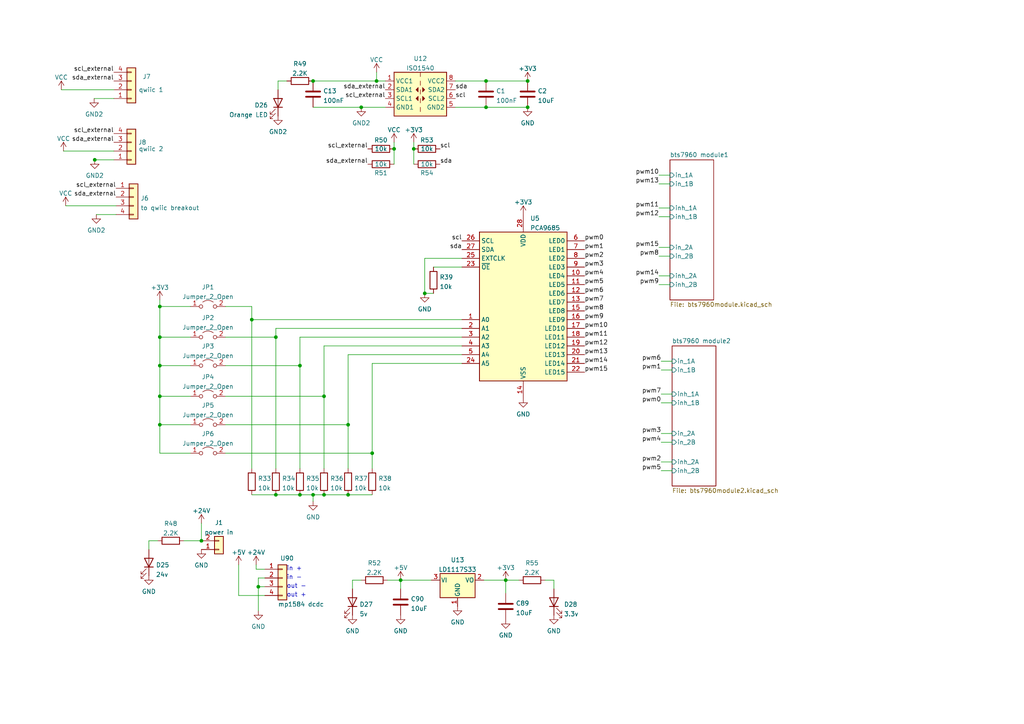
<source format=kicad_sch>
(kicad_sch (version 20211123) (generator eeschema)
  (paper "A4")
  (lib_symbols
    (symbol "Connector_Generic:Conn_01x02" (pin_names (offset 1.016) hide)
      (property "Reference" "J" (at 0 2.54 0))
      (property "Value" "Conn_01x02" (at 0 -5.08 0))
      (symbol "Conn_01x02_1_1"
        (rectangle (start -1.27 -2.413) (end 0 -2.667) (stroke (width 0.1524)))
        (rectangle (start -1.27 0.127) (end 0 -0.127) (stroke (width 0.1524)))
        (rectangle (start -1.27 1.27) (end 1.27 -3.81) (stroke (width 0.254)) (fill (type background)))
        (pin passive line (at -5.08 0 0) (length 3.81) (name "Pin_1") (number "1"))
        (pin passive line (at -5.08 -2.54 0) (length 3.81) (name "Pin_2") (number "2"))
      )
    )
    (symbol "Connector_Generic:Conn_01x04" (pin_names (offset 1.016) hide)
      (property "Reference" "J" (at 0 5.08 0))
      (property "Value" "Conn_01x04" (at 0 -7.62 0))
      (symbol "Conn_01x04_1_1"
        (rectangle (start -1.27 -4.953) (end 0 -5.207) (stroke (width 0.1524)))
        (rectangle (start -1.27 -2.413) (end 0 -2.667) (stroke (width 0.1524)))
        (rectangle (start -1.27 0.127) (end 0 -0.127) (stroke (width 0.1524)))
        (rectangle (start -1.27 2.667) (end 0 2.413) (stroke (width 0.1524)))
        (rectangle (start -1.27 3.81) (end 1.27 -6.35) (stroke (width 0.254)) (fill (type background)))
        (pin passive line (at -5.08 2.54 0) (length 3.81) (name "Pin_1") (number "1"))
        (pin passive line (at -5.08 0 0) (length 3.81) (name "Pin_2") (number "2"))
        (pin passive line (at -5.08 -2.54 0) (length 3.81) (name "Pin_3") (number "3"))
        (pin passive line (at -5.08 -5.08 0) (length 3.81) (name "Pin_4") (number "4"))
      )
    )
    (symbol "Device:C" (pin_numbers hide) (pin_names (offset 0.254))
      (property "Reference" "C" (at 0.635 2.54 0))
      (property "Value" "C" (at 0.635 -2.54 0))
      (symbol "C_0_1"
        (polyline (pts (xy -2.032 -0.762) (xy 2.032 -0.762)) (stroke (width 0.508)))
        (polyline (pts (xy -2.032 0.762) (xy 2.032 0.762)) (stroke (width 0.508)))
      )
      (symbol "C_1_1"
        (pin passive line (at 0 3.81 270) (length 2.794) (name "~") (number "1"))
        (pin passive line (at 0 -3.81 90) (length 2.794) (name "~") (number "2"))
      )
    )
    (symbol "Device:LED" (pin_numbers hide) (pin_names (offset 1.016) hide)
      (property "Reference" "D" (at 0 2.54 0))
      (property "Value" "LED" (at 0 -2.54 0))
      (symbol "LED_0_1"
        (polyline (pts (xy -1.27 -1.27) (xy -1.27 1.27)) (stroke (width 0.254)))
        (polyline (pts (xy -1.27 0) (xy 1.27 0)))
        (polyline (pts (xy 1.27 -1.27) (xy 1.27 1.27) (xy -1.27 0) (xy 1.27 -1.27)) (stroke (width 0.254)))
        (polyline (pts (xy -3.048 -0.762) (xy -4.572 -2.286) (xy -3.81 -2.286) (xy -4.572 -2.286) (xy -4.572 -1.524)))
        (polyline (pts (xy -1.778 -0.762) (xy -3.302 -2.286) (xy -2.54 -2.286) (xy -3.302 -2.286) (xy -3.302 -1.524)))
      )
      (symbol "LED_1_1"
        (pin passive line (at -3.81 0 0) (length 2.54) (name "K") (number "1"))
        (pin passive line (at 3.81 0 180) (length 2.54) (name "A") (number "2"))
      )
    )
    (symbol "Device:R" (pin_numbers hide) (pin_names (offset 0))
      (property "Reference" "R" (at 2.032 0 90))
      (property "Value" "R" (at 0 0 90))
      (symbol "R_0_1"
        (rectangle (start -1.016 -2.54) (end 1.016 2.54) (stroke (width 0.254)))
      )
      (symbol "R_1_1"
        (pin passive line (at 0 3.81 270) (length 1.27) (name "~") (number "1"))
        (pin passive line (at 0 -3.81 90) (length 1.27) (name "~") (number "2"))
      )
    )
    (symbol "Driver_LED:PCA9685PW"
      (property "Reference" "U" (at -12.7 22.225 0))
      (property "Value" "PCA9685PW" (at 1.27 22.225 0))
      (symbol "PCA9685PW_0_1"
        (rectangle (start -12.7 20.32) (end 12.7 -22.86) (stroke (width 0.254)) (fill (type background)))
      )
      (symbol "PCA9685PW_1_1"
        (pin input line (at -17.78 -5.08 0) (length 5.08) (name "A0") (number "1"))
        (pin output line (at 17.78 7.62 180) (length 5.08) (name "LED4") (number "10"))
        (pin output line (at 17.78 5.08 180) (length 5.08) (name "LED5") (number "11"))
        (pin output line (at 17.78 2.54 180) (length 5.08) (name "LED6") (number "12"))
        (pin output line (at 17.78 0 180) (length 5.08) (name "LED7") (number "13"))
        (pin power_in line (at 0 -27.94 90) (length 5.08) (name "VSS") (number "14"))
        (pin output line (at 17.78 -2.54 180) (length 5.08) (name "LED8") (number "15"))
        (pin output line (at 17.78 -5.08 180) (length 5.08) (name "LED9") (number "16"))
        (pin output line (at 17.78 -7.62 180) (length 5.08) (name "LED10") (number "17"))
        (pin output line (at 17.78 -10.16 180) (length 5.08) (name "LED11") (number "18"))
        (pin output line (at 17.78 -12.7 180) (length 5.08) (name "LED12") (number "19"))
        (pin input line (at -17.78 -7.62 0) (length 5.08) (name "A1") (number "2"))
        (pin output line (at 17.78 -15.24 180) (length 5.08) (name "LED13") (number "20"))
        (pin output line (at 17.78 -17.78 180) (length 5.08) (name "LED14") (number "21"))
        (pin output line (at 17.78 -20.32 180) (length 5.08) (name "LED15") (number "22"))
        (pin input line (at -17.78 10.16 0) (length 5.08) (name "~{OE}") (number "23"))
        (pin input line (at -17.78 -17.78 0) (length 5.08) (name "A5") (number "24"))
        (pin input line (at -17.78 12.7 0) (length 5.08) (name "EXTCLK") (number "25"))
        (pin input line (at -17.78 17.78 0) (length 5.08) (name "SCL") (number "26"))
        (pin bidirectional line (at -17.78 15.24 0) (length 5.08) (name "SDA") (number "27"))
        (pin power_in line (at 0 25.4 270) (length 5.08) (name "VDD") (number "28"))
        (pin input line (at -17.78 -10.16 0) (length 5.08) (name "A2") (number "3"))
        (pin input line (at -17.78 -12.7 0) (length 5.08) (name "A3") (number "4"))
        (pin input line (at -17.78 -15.24 0) (length 5.08) (name "A4") (number "5"))
        (pin output line (at 17.78 17.78 180) (length 5.08) (name "LED0") (number "6"))
        (pin output line (at 17.78 15.24 180) (length 5.08) (name "LED1") (number "7"))
        (pin output line (at 17.78 12.7 180) (length 5.08) (name "LED2") (number "8"))
        (pin output line (at 17.78 10.16 180) (length 5.08) (name "LED3") (number "9"))
      )
    )
    (symbol "Isolator:ISO1540"
      (property "Reference" "U" (at -6.35 6.35 0))
      (property "Value" "ISO1540" (at 3.81 6.35 0))
      (symbol "ISO1540_0_1"
        (rectangle (start -7.62 5.08) (end 7.62 -7.62) (stroke (width 0.254)) (fill (type background)))
        (rectangle (start 0 -5.08) (end 0 -6.35))
        (polyline (pts (xy 0 -2.54) (xy 0 -3.81)))
        (polyline (pts (xy 0 0) (xy 0 -1.27)))
        (polyline (pts (xy 0 2.54) (xy 0 1.27)))
        (polyline (pts (xy 0 5.08) (xy 0 3.81)))
        (polyline (pts (xy -0.635 0.635) (xy -1.27 0) (xy -0.635 -0.635) (xy -0.635 0.635)) (fill (type outline)))
        (polyline (pts (xy 0.635 -1.905) (xy 1.27 -2.54) (xy 0.635 -3.175) (xy 0.635 -1.905)) (fill (type outline)))
        (polyline (pts (xy 0.635 0.635) (xy 1.27 0) (xy 0.635 -0.635) (xy 0.635 0.635)) (fill (type outline)))
      )
      (symbol "ISO1540_1_1"
        (polyline (pts (xy -0.635 -1.905) (xy -1.27 -2.54) (xy -0.635 -3.175) (xy -0.635 -1.905)) (fill (type outline)))
        (pin power_in line (at -10.16 2.54 0) (length 2.54) (name "VCC1") (number "1"))
        (pin bidirectional line (at -10.16 0 0) (length 2.54) (name "SDA1") (number "2"))
        (pin bidirectional line (at -10.16 -2.54 0) (length 2.54) (name "SCL1") (number "3"))
        (pin power_in line (at -10.16 -5.08 0) (length 2.54) (name "GND1") (number "4"))
        (pin power_in line (at 10.16 -5.08 180) (length 2.54) (name "GND2") (number "5"))
        (pin bidirectional line (at 10.16 -2.54 180) (length 2.54) (name "SCL2") (number "6"))
        (pin bidirectional line (at 10.16 0 180) (length 2.54) (name "SDA2") (number "7"))
        (pin power_in line (at 10.16 2.54 180) (length 2.54) (name "VCC2") (number "8"))
      )
    )
    (symbol "Jumper:Jumper_2_Open" (pin_names (offset 0) hide)
      (property "Reference" "JP" (at 0 2.794 0))
      (property "Value" "Jumper_2_Open" (at 0 -2.286 0))
      (symbol "Jumper_2_Open_0_0"
        (circle (center -2.032 0) (radius 0.508))
        (circle (center 2.032 0) (radius 0.508))
      )
      (symbol "Jumper_2_Open_0_1"
        (arc (start 1.524 1.27) (mid 0 1.778) (end -1.524 1.27))
      )
      (symbol "Jumper_2_Open_1_1"
        (pin passive line (at -5.08 0 0) (length 2.54) (name "A") (number "1"))
        (pin passive line (at 5.08 0 180) (length 2.54) (name "B") (number "2"))
      )
    )
    (symbol "Regulator_Linear:LD1117S33TR_SOT223" (pin_names (offset 0.254))
      (property "Reference" "U" (at -3.81 3.175 0))
      (property "Value" "LD1117S33TR_SOT223" (at 0 3.175 0))
      (symbol "LD1117S33TR_SOT223_0_1"
        (rectangle (start -5.08 -5.08) (end 5.08 1.905) (stroke (width 0.254)) (fill (type background)))
      )
      (symbol "LD1117S33TR_SOT223_1_1"
        (pin power_in line (at 0 -7.62 90) (length 2.54) (name "GND") (number "1"))
        (pin power_out line (at 7.62 0 180) (length 2.54) (name "VO") (number "2"))
        (pin power_in line (at -7.62 0 0) (length 2.54) (name "VI") (number "3"))
      )
    )
    (symbol "power:+24V" (power) (pin_names (offset 0))
      (property "Value" "+24V" (at 0 3.556 0))
      (symbol "+24V_0_1"
        (polyline (pts (xy -0.762 1.27) (xy 0 2.54)))
        (polyline (pts (xy 0 0) (xy 0 2.54)))
        (polyline (pts (xy 0 2.54) (xy 0.762 1.27)))
      )
      (symbol "+24V_1_1"
        (pin power_in line (at 0 0 90) (length 0) hide (name "+24V") (number "1"))
      )
    )
    (symbol "power:+3.3V" (power) (pin_names (offset 0))
      (property "Value" "+3.3V" (at 0 3.556 0))
      (symbol "+3.3V_0_1"
        (polyline (pts (xy -0.762 1.27) (xy 0 2.54)))
        (polyline (pts (xy 0 0) (xy 0 2.54)))
        (polyline (pts (xy 0 2.54) (xy 0.762 1.27)))
      )
      (symbol "+3.3V_1_1"
        (pin power_in line (at 0 0 90) (length 0) hide (name "+3V3") (number "1"))
      )
    )
    (symbol "power:+5V" (power) (pin_names (offset 0))
      (property "Value" "+5V" (at 0 3.556 0))
      (symbol "+5V_0_1"
        (polyline (pts (xy -0.762 1.27) (xy 0 2.54)))
        (polyline (pts (xy 0 0) (xy 0 2.54)))
        (polyline (pts (xy 0 2.54) (xy 0.762 1.27)))
      )
      (symbol "+5V_1_1"
        (pin power_in line (at 0 0 90) (length 0) hide (name "+5V") (number "1"))
      )
    )
    (symbol "power:GND" (power) (pin_names (offset 0))
      (property "Value" "GND" (at 0 -3.81 0))
      (symbol "GND_0_1"
        (polyline (pts (xy 0 0) (xy 0 -1.27) (xy 1.27 -1.27) (xy 0 -2.54) (xy -1.27 -1.27) (xy 0 -1.27)))
      )
      (symbol "GND_1_1"
        (pin power_in line (at 0 0 270) (length 0) hide (name "GND") (number "1"))
      )
    )
    (symbol "power:GND2" (power) (pin_names (offset 0))
      (property "Value" "GND2" (at 0 -3.81 0))
      (symbol "GND2_0_1"
        (polyline (pts (xy 0 0) (xy 0 -1.27) (xy 1.27 -1.27) (xy 0 -2.54) (xy -1.27 -1.27) (xy 0 -1.27)))
      )
      (symbol "GND2_1_1"
        (pin power_in line (at 0 0 270) (length 0) hide (name "GND2") (number "1"))
      )
    )
    (symbol "power:VCC" (power) (pin_names (offset 0))
      (property "Value" "VCC" (at 0 3.81 0))
      (symbol "VCC_0_1"
        (polyline (pts (xy -0.762 1.27) (xy 0 2.54)))
        (polyline (pts (xy 0 0) (xy 0 2.54)))
        (polyline (pts (xy 0 2.54) (xy 0.762 1.27)))
      )
      (symbol "VCC_1_1"
        (pin power_in line (at 0 0 90) (length 0) hide (name "VCC") (number "1"))
      )
    )
  )
  (junction (at 140.97 31.115))
  (junction (at 123.19 85.09))
  (junction (at 46.355 114.935))
  (junction (at 100.965 123.19))
  (junction (at 86.995 143.51))
  (junction (at 114.3 43.18))
  (junction (at 140.97 23.495))
  (junction (at 80.01 143.51))
  (junction (at 93.98 143.51))
  (junction (at 146.685 168.275))
  (junction (at 120.015 43.18))
  (junction (at 73.025 92.71))
  (junction (at 100.965 143.51))
  (junction (at 116.205 168.275))
  (junction (at 109.22 23.495))
  (junction (at 74.93 170.18))
  (junction (at 58.42 156.845))
  (junction (at 104.775 31.115))
  (junction (at 80.01 97.79))
  (junction (at 90.805 23.495))
  (junction (at 86.995 106.045))
  (junction (at 27.4792 46.355))
  (junction (at 46.355 106.045))
  (junction (at 46.355 123.19))
  (junction (at 107.95 131.445))
  (junction (at 46.355 88.9))
  (junction (at 90.805 143.51))
  (junction (at 93.98 114.935))
  (junction (at 46.355 97.79))
  (junction (at 153.035 23.495))
  (junction (at 153.035 31.115))
  (wire (pts (xy 140.97 31.115) (xy 153.035 31.115)))
  (wire (pts (xy 191.77 107.315) (xy 194.945 107.315)))
  (wire (pts (xy 133.985 92.71) (xy 73.025 92.71)))
  (wire (pts (xy 191.135 74.295) (xy 194.31 74.295)))
  (wire (pts (xy 58.42 151.765) (xy 58.42 156.845)))
  (wire (pts (xy 65.405 114.935) (xy 93.98 114.935)))
  (wire (pts (xy 150.495 168.275) (xy 146.685 168.275)))
  (wire (pts (xy 191.77 128.27) (xy 194.945 128.27)))
  (wire (pts (xy 102.235 168.275) (xy 104.775 168.275)))
  (wire (pts (xy 100.965 123.19) (xy 100.965 135.89)))
  (wire (pts (xy 53.34 156.845) (xy 58.42 156.845)))
  (wire (pts (xy 80.01 97.79) (xy 65.405 97.79)))
  (wire (pts (xy 191.77 133.985) (xy 194.945 133.985)))
  (wire (pts (xy 90.805 23.495) (xy 109.22 23.495)))
  (wire (pts (xy 93.98 114.935) (xy 93.98 135.89)))
  (wire (pts (xy 114.3 47.625) (xy 114.3 43.18)))
  (wire (pts (xy 191.77 136.525) (xy 194.945 136.525)))
  (wire (pts (xy 46.355 114.935) (xy 46.355 123.19)))
  (wire (pts (xy 107.95 131.445) (xy 107.95 105.41)))
  (wire (pts (xy 107.95 131.445) (xy 107.95 135.89)))
  (wire (pts (xy 140.335 168.275) (xy 146.685 168.275)))
  (wire (pts (xy 191.135 62.865) (xy 194.31 62.865)))
  (wire (pts (xy 46.355 123.19) (xy 46.355 131.445)))
  (wire (pts (xy 86.995 143.51) (xy 90.805 143.51)))
  (wire (pts (xy 80.01 97.79) (xy 80.01 135.89)))
  (wire (pts (xy 73.025 92.71) (xy 73.025 135.89)))
  (wire (pts (xy 191.135 50.8) (xy 194.31 50.8)))
  (wire (pts (xy 160.655 170.815) (xy 160.655 168.275)))
  (wire (pts (xy 100.965 143.51) (xy 107.95 143.51)))
  (wire (pts (xy 90.805 143.51) (xy 90.805 145.415)))
  (wire (pts (xy 86.995 106.045) (xy 86.995 135.89)))
  (wire (pts (xy 191.135 80.01) (xy 194.31 80.01)))
  (wire (pts (xy 46.355 106.045) (xy 55.245 106.045)))
  (wire (pts (xy 46.355 88.9) (xy 46.355 97.79)))
  (wire (pts (xy 191.135 82.55) (xy 194.31 82.55)))
  (wire (pts (xy 43.18 156.845) (xy 45.72 156.845)))
  (wire (pts (xy 104.775 31.115) (xy 111.76 31.115)))
  (wire (pts (xy 46.355 123.19) (xy 55.245 123.19)))
  (wire (pts (xy 123.19 74.93) (xy 133.985 74.93)))
  (wire (pts (xy 17.78 26.035) (xy 33.02 26.035)))
  (wire (pts (xy 120.015 43.18) (xy 120.015 41.275)))
  (wire (pts (xy 65.405 131.445) (xy 107.95 131.445)))
  (wire (pts (xy 191.77 116.84) (xy 194.945 116.84)))
  (wire (pts (xy 46.355 88.9) (xy 55.245 88.9)))
  (wire (pts (xy 90.805 31.115) (xy 104.775 31.115)))
  (wire (pts (xy 112.395 168.275) (xy 116.205 168.275)))
  (wire (pts (xy 191.135 53.34) (xy 194.31 53.34)))
  (wire (pts (xy 86.995 106.045) (xy 86.995 97.79)))
  (wire (pts (xy 76.835 172.72) (xy 69.215 172.72)))
  (wire (pts (xy 74.93 170.18) (xy 74.93 177.165)))
  (wire (pts (xy 120.015 47.625) (xy 120.015 43.18)))
  (wire (pts (xy 55.245 131.445) (xy 46.355 131.445)))
  (wire (pts (xy 80.645 23.495) (xy 83.185 23.495)))
  (wire (pts (xy 109.22 20.955) (xy 109.22 23.495)))
  (wire (pts (xy 100.965 102.87) (xy 133.985 102.87)))
  (wire (pts (xy 191.77 104.775) (xy 194.945 104.775)))
  (wire (pts (xy 114.3 43.18) (xy 114.3 41.275)))
  (wire (pts (xy 132.08 23.495) (xy 140.97 23.495)))
  (wire (pts (xy 27.4792 46.355) (xy 33.02 46.355)))
  (wire (pts (xy 90.805 143.51) (xy 93.98 143.51)))
  (wire (pts (xy 191.135 71.755) (xy 194.31 71.755)))
  (wire (pts (xy 73.025 88.9) (xy 73.025 92.71)))
  (wire (pts (xy 123.19 85.09) (xy 125.73 85.09)))
  (wire (pts (xy 65.405 106.045) (xy 86.995 106.045)))
  (wire (pts (xy 19.05 59.69) (xy 33.655 59.69)))
  (wire (pts (xy 27.94 62.23) (xy 33.655 62.23)))
  (wire (pts (xy 160.655 168.275) (xy 158.115 168.275)))
  (wire (pts (xy 109.22 23.495) (xy 111.76 23.495)))
  (wire (pts (xy 65.405 123.19) (xy 100.965 123.19)))
  (wire (pts (xy 46.355 106.045) (xy 46.355 114.935)))
  (wire (pts (xy 76.835 167.64) (xy 74.93 167.64)))
  (wire (pts (xy 191.135 60.325) (xy 194.31 60.325)))
  (wire (pts (xy 107.95 105.41) (xy 133.985 105.41)))
  (wire (pts (xy 46.355 86.995) (xy 46.355 88.9)))
  (wire (pts (xy 116.205 168.275) (xy 116.205 170.815)))
  (wire (pts (xy 93.98 100.33) (xy 133.985 100.33)))
  (wire (pts (xy 27.305 28.575) (xy 33.02 28.575)))
  (wire (pts (xy 69.215 163.83) (xy 69.215 172.72)))
  (wire (pts (xy 73.025 143.51) (xy 80.01 143.51)))
  (wire (pts (xy 140.97 23.495) (xy 153.035 23.495)))
  (wire (pts (xy 74.93 167.64) (xy 74.93 170.18)))
  (wire (pts (xy 46.355 97.79) (xy 46.355 106.045)))
  (wire (pts (xy 191.77 125.73) (xy 194.945 125.73)))
  (wire (pts (xy 80.01 143.51) (xy 86.995 143.51)))
  (wire (pts (xy 74.93 170.18) (xy 76.835 170.18)))
  (wire (pts (xy 73.025 88.9) (xy 65.405 88.9)))
  (wire (pts (xy 125.73 77.47) (xy 133.985 77.47)))
  (wire (pts (xy 93.98 143.51) (xy 100.965 143.51)))
  (wire (pts (xy 80.01 95.25) (xy 80.01 97.79)))
  (wire (pts (xy 18.415 43.815) (xy 33.02 43.815)))
  (wire (pts (xy 146.685 168.275) (xy 146.685 172.085)))
  (wire (pts (xy 86.995 97.79) (xy 133.985 97.79)))
  (wire (pts (xy 100.965 123.19) (xy 100.965 102.87)))
  (wire (pts (xy 102.235 170.815) (xy 102.235 168.275)))
  (wire (pts (xy 46.355 97.79) (xy 55.245 97.79)))
  (wire (pts (xy 76.835 165.1) (xy 74.295 165.1)))
  (wire (pts (xy 80.645 26.035) (xy 80.645 23.495)))
  (wire (pts (xy 93.98 114.935) (xy 93.98 100.33)))
  (wire (pts (xy 132.08 31.115) (xy 140.97 31.115)))
  (wire (pts (xy 46.355 114.935) (xy 55.245 114.935)))
  (wire (pts (xy 125.095 168.275) (xy 116.205 168.275)))
  (wire (pts (xy 191.77 114.3) (xy 194.945 114.3)))
  (wire (pts (xy 43.18 159.385) (xy 43.18 156.845)))
  (wire (pts (xy 74.295 165.1) (xy 74.295 163.83)))
  (wire (pts (xy 27.305 46.355) (xy 27.4792 46.355)))
  (wire (pts (xy 123.19 85.09) (xy 123.19 74.93)))
  (wire (pts (xy 80.01 95.25) (xy 133.985 95.25)))
  (text "in +" (at 87.63 165.735 180) (effects (font (size 1.27 1.27)) (justify right bottom)))
  (text "out -" (at 88.9 170.815 180) (effects (font (size 1.27 1.27)) (justify right bottom)))
  (text "out +" (at 88.9 173.355 180) (effects (font (size 1.27 1.27)) (justify right bottom)))
  (text "in -" (at 87.63 168.275 180) (effects (font (size 1.27 1.27)) (justify right bottom)))
  (label "sda" (at 133.985 72.39 180))
  (label "pwm5" (at 169.545 82.55 0))
  (label "scl" (at 132.08 28.575 0))
  (label "scl_external" (at 33.02 38.735 180))
  (label "pwm14" (at 191.135 80.01 180))
  (label "pwm5" (at 191.77 136.525 180))
  (label "pwm1" (at 169.545 72.39 0))
  (label "scl" (at 127.635 43.18 0))
  (label "sda" (at 127.635 47.625 0))
  (label "pwm0" (at 191.77 116.84 180))
  (label "sda_external" (at 33.02 23.495 180))
  (label "scl_external" (at 106.68 43.18 180))
  (label "pwm15" (at 191.135 71.755 180))
  (label "pwm10" (at 169.545 95.25 0))
  (label "pwm8" (at 169.545 90.17 0))
  (label "sda_external" (at 33.02 41.275 180))
  (label "pwm1" (at 191.77 107.315 180))
  (label "pwm6" (at 191.77 104.775 180))
  (label "pwm2" (at 169.545 74.93 0))
  (label "scl" (at 133.985 69.85 180))
  (label "pwm3" (at 191.77 125.73 180))
  (label "sda" (at 132.08 26.035 0))
  (label "pwm7" (at 169.545 87.63 0))
  (label "pwm11" (at 169.545 97.79 0))
  (label "pwm2" (at 191.77 133.985 180))
  (label "pwm12" (at 191.135 62.865 180))
  (label "pwm10" (at 191.135 50.8 180))
  (label "pwm6" (at 169.545 85.09 0))
  (label "pwm15" (at 169.545 107.95 0))
  (label "pwm11" (at 191.135 60.325 180))
  (label "pwm9" (at 169.545 92.71 0))
  (label "pwm13" (at 191.135 53.34 180))
  (label "pwm8" (at 191.135 74.295 180))
  (label "pwm4" (at 191.77 128.27 180))
  (label "sda_external" (at 33.655 57.15 180))
  (label "pwm0" (at 169.545 69.85 0))
  (label "sda_external" (at 111.76 26.035 180))
  (label "pwm3" (at 169.545 77.47 0))
  (label "pwm7" (at 191.77 114.3 180))
  (label "pwm9" (at 191.135 82.55 180))
  (label "sda_external" (at 106.68 47.625 180))
  (label "pwm14" (at 169.545 105.41 0))
  (label "pwm13" (at 169.545 102.87 0))
  (label "scl_external" (at 33.02 20.955 180))
  (label "pwm12" (at 169.545 100.33 0))
  (label "pwm4" (at 169.545 80.01 0))
  (label "scl_external" (at 33.655 54.61 180))
  (label "scl_external" (at 111.76 28.575 180))
  (symbol (lib_id "Device:LED") (at 43.18 163.195 270) (mirror x) (unit 1)
    (property "Reference" "D25" (at 45.212 163.874 90) (effects (justify left)))
    (property "Value" "24v" (at 45.212 166.6491 90) (effects (justify left)))
    (property "Footprint" "LED_SMD:LED_0603_1608Metric" (effects hide))
  )
  (symbol (lib_id "Device:C") (at 140.97 27.305 0) (unit 1)
    (property "Reference" "C1" (at 143.891 26.3965 0) (effects (justify left)))
    (property "Value" "100nF" (at 143.891 29.1716 0) (effects (justify left)))
    (property "Footprint" "Capacitor_SMD:C_0603_1608Metric" (effects hide))
  )
  (symbol (lib_id "power:VCC") (at 19.05 59.69 0) (unit 1)
    (property "Reference" "#PWR0114" (effects hide))
    (property "Value" "VCC" (at 19.05 56.0855 0))
  )
  (symbol (lib_id "power:GND2") (at 27.4792 46.355 0) (unit 1)
    (property "Reference" "#PWR0119" (effects hide))
    (property "Value" "GND2" (at 27.4792 50.9175 0))
  )
  (symbol (lib_id "Device:R") (at 49.53 156.845 270) (mirror x) (unit 1)
    (property "Reference" "R48" (at 49.53 151.8625 90))
    (property "Value" "2.2K" (at 49.53 154.6376 90))
    (property "Footprint" "Resistor_SMD:R_0603_1608Metric" (effects hide))
  )
  (symbol (lib_id "Isolator:ISO1540") (at 121.92 26.035 0) (unit 1)
    (property "Reference" "U12" (at 121.92 16.9885 0))
    (property "Value" "ISO1540" (at 121.92 19.7636 0))
    (property "Footprint" "Package_SO:SOIC-8_3.9x4.9mm_P1.27mm" (effects hide))
    (property "Datasheet" "http://www.ti.com/lit/ds/symlink/iso1541.pdf" (effects hide))
  )
  (symbol (lib_id "Driver_LED:PCA9685PW") (at 151.765 87.63 0) (unit 1)
    (property "Reference" "U5" (at 153.7844 63.3435 0) (effects (justify left)))
    (property "Value" "PCA9685" (at 153.7844 66.1186 0) (effects (justify left)))
    (property "Footprint" "Package_SO:TSSOP-28_4.4x9.7mm_P0.65mm" (effects hide))
    (property "Datasheet" "http://www.nxp.com/documents/data_sheet/PCA9685.pdf" (effects hide))
  )
  (symbol (lib_id "Device:LED") (at 80.645 29.845 270) (mirror x) (unit 1)
    (property "Reference" "D26" (at 77.724 30.524 90) (effects (justify right)))
    (property "Value" "Orange LED" (at 77.724 33.2991 90) (effects (justify right)))
    (property "Footprint" "LED_SMD:LED_0603_1608Metric" (effects hide))
  )
  (symbol (lib_id "power:VCC") (at 18.415 43.815 0) (unit 1)
    (property "Reference" "#PWR0120" (effects hide))
    (property "Value" "VCC" (at 18.415 40.2105 0))
  )
  (symbol (lib_id "Device:R") (at 80.01 139.7 0) (unit 1)
    (property "Reference" "R34" (at 81.788 138.7915 0) (effects (justify left)))
    (property "Value" "10k" (at 81.788 141.5666 0) (effects (justify left)))
    (property "Footprint" "Resistor_SMD:R_0603_1608Metric" (effects hide))
  )
  (symbol (lib_id "power:+5V") (at 69.215 163.83 0) (unit 1)
    (property "Reference" "#PWR014" (effects hide))
    (property "Value" "+5V" (at 69.215 160.2255 0))
  )
  (symbol (lib_id "power:+3.3V") (at 146.685 168.275 0) (unit 1)
    (property "Reference" "#PWR0122" (effects hide))
    (property "Value" "+3.3V" (at 146.685 164.6705 0))
  )
  (symbol (lib_id "Jumper:Jumper_2_Open") (at 60.325 131.445 0) (unit 1)
    (property "Reference" "JP6" (at 60.325 125.8275 0))
    (property "Value" "Jumper_2_Open" (at 60.325 128.6026 0))
    (property "Footprint" "Jumper:SolderJumper-2_P1.3mm_Bridged_RoundedPad1.0x1.5mm" (effects hide))
  )
  (symbol (lib_id "Device:R") (at 73.025 139.7 0) (unit 1)
    (property "Reference" "R33" (at 74.803 138.7915 0) (effects (justify left)))
    (property "Value" "10k" (at 74.803 141.5666 0) (effects (justify left)))
    (property "Footprint" "Resistor_SMD:R_0603_1608Metric" (effects hide))
  )
  (symbol (lib_id "power:GND") (at 90.805 145.415 0) (unit 1)
    (property "Reference" "#PWR08" (effects hide))
    (property "Value" "GND" (at 90.805 149.9775 0))
  )
  (symbol (lib_id "Device:R") (at 86.995 23.495 270) (mirror x) (unit 1)
    (property "Reference" "R49" (at 86.995 18.5125 90))
    (property "Value" "2.2K" (at 86.995 21.2876 90))
    (property "Footprint" "Resistor_SMD:R_0603_1608Metric" (effects hide))
  )
  (symbol (lib_id "power:GND") (at 116.205 178.435 0) (unit 1)
    (property "Reference" "#PWR0110" (effects hide))
    (property "Value" "GND" (at 116.205 182.9975 0))
  )
  (symbol (lib_id "Jumper:Jumper_2_Open") (at 60.325 106.045 0) (unit 1)
    (property "Reference" "JP3" (at 60.325 100.4275 0))
    (property "Value" "Jumper_2_Open" (at 60.325 103.2026 0))
    (property "Footprint" "Jumper:SolderJumper-2_P1.3mm_Open_RoundedPad1.0x1.5mm" (effects hide))
  )
  (symbol (lib_id "power:GND2") (at 27.305 28.575 0) (unit 1)
    (property "Reference" "#PWR0117" (effects hide))
    (property "Value" "GND2" (at 27.305 33.1375 0))
  )
  (symbol (lib_id "power:GND2") (at 80.645 33.655 0) (unit 1)
    (property "Reference" "#PWR0113" (effects hide))
    (property "Value" "GND2" (at 80.645 38.2175 0))
  )
  (symbol (lib_id "Connector_Generic:Conn_01x04") (at 81.915 167.64 0) (unit 1)
    (property "Reference" "U90" (at 81.28 161.925 0) (effects (justify left)))
    (property "Value" "mp1584 dcdc" (at 80.645 175.26 0) (effects (justify left)))
    (property "Footprint" "Evan's misc parts:MP1584_buck_module" (effects hide))
  )
  (symbol (lib_id "power:GND") (at 132.715 175.895 0) (unit 1)
    (property "Reference" "#PWR0111" (effects hide))
    (property "Value" "GND" (at 132.715 180.4575 0))
  )
  (symbol (lib_id "Device:C") (at 90.805 27.305 0) (mirror y) (unit 1)
    (property "Reference" "C13" (at 93.726 26.3965 0) (effects (justify right)))
    (property "Value" "100nF" (at 93.726 29.1716 0) (effects (justify right)))
    (property "Footprint" "Capacitor_SMD:C_0603_1608Metric" (effects hide))
  )
  (symbol (lib_id "Device:C") (at 116.205 174.625 0) (unit 1)
    (property "Reference" "C90" (at 119.126 173.7165 0) (effects (justify left)))
    (property "Value" "10uF" (at 119.126 176.4916 0) (effects (justify left)))
    (property "Footprint" "Capacitor_SMD:C_1206_3216Metric" (effects hide))
  )
  (symbol (lib_id "power:GND") (at 102.235 178.435 0) (mirror y) (unit 1)
    (property "Reference" "#PWR0109" (effects hide))
    (property "Value" "GND" (at 102.235 182.9975 0))
  )
  (symbol (lib_id "Device:R") (at 100.965 139.7 0) (unit 1)
    (property "Reference" "R37" (at 102.743 138.7915 0) (effects (justify left)))
    (property "Value" "10k" (at 102.743 141.5666 0) (effects (justify left)))
    (property "Footprint" "Resistor_SMD:R_0603_1608Metric" (effects hide))
  )
  (symbol (lib_id "Device:R") (at 123.825 43.18 270) (mirror x) (unit 1)
    (property "Reference" "R53" (at 123.825 40.64 90))
    (property "Value" "10k" (at 123.825 43.18 90))
    (property "Footprint" "Resistor_SMD:R_0603_1608Metric" (effects hide))
  )
  (symbol (lib_id "Device:R") (at 93.98 139.7 0) (unit 1)
    (property "Reference" "R36" (at 95.758 138.7915 0) (effects (justify left)))
    (property "Value" "10k" (at 95.758 141.5666 0) (effects (justify left)))
    (property "Footprint" "Resistor_SMD:R_0603_1608Metric" (effects hide))
  )
  (symbol (lib_id "Device:R") (at 86.995 139.7 0) (unit 1)
    (property "Reference" "R35" (at 88.773 138.7915 0) (effects (justify left)))
    (property "Value" "10k" (at 88.773 141.5666 0) (effects (justify left)))
    (property "Footprint" "Resistor_SMD:R_0603_1608Metric" (effects hide))
  )
  (symbol (lib_id "power:+24V") (at 74.295 163.83 0) (unit 1)
    (property "Reference" "#PWR015" (effects hide))
    (property "Value" "+24V" (at 74.295 160.2255 0))
  )
  (symbol (lib_id "Jumper:Jumper_2_Open") (at 60.325 97.79 0) (unit 1)
    (property "Reference" "JP2" (at 60.325 92.1725 0))
    (property "Value" "Jumper_2_Open" (at 60.325 94.9476 0))
    (property "Footprint" "Jumper:SolderJumper-2_P1.3mm_Open_RoundedPad1.0x1.5mm" (effects hide))
  )
  (symbol (lib_id "power:GND2") (at 104.775 31.115 0) (unit 1)
    (property "Reference" "#PWR0101" (effects hide))
    (property "Value" "GND2" (at 104.775 35.6775 0))
  )
  (symbol (lib_id "Device:R") (at 154.305 168.275 90) (unit 1)
    (property "Reference" "R55" (at 154.305 163.2925 90))
    (property "Value" "2.2K" (at 154.305 166.0676 90))
    (property "Footprint" "Resistor_SMD:R_0603_1608Metric" (effects hide))
  )
  (symbol (lib_id "Device:R") (at 125.73 81.28 0) (unit 1)
    (property "Reference" "R39" (at 127.508 80.3715 0) (effects (justify left)))
    (property "Value" "10k" (at 127.508 83.1466 0) (effects (justify left)))
    (property "Footprint" "Resistor_SMD:R_0603_1608Metric" (effects hide))
  )
  (symbol (lib_id "power:GND") (at 153.035 31.115 0) (unit 1)
    (property "Reference" "#PWR010" (effects hide))
    (property "Value" "GND" (at 153.035 35.6775 0))
  )
  (symbol (lib_id "power:GND") (at 160.655 178.435 0) (unit 1)
    (property "Reference" "#PWR0123" (effects hide))
    (property "Value" "GND" (at 160.655 182.9975 0))
  )
  (symbol (lib_id "power:+24V") (at 58.42 151.765 0) (unit 1)
    (property "Reference" "#PWR011" (effects hide))
    (property "Value" "+24V" (at 58.42 148.1605 0))
  )
  (symbol (lib_id "Device:C") (at 153.035 27.305 0) (unit 1)
    (property "Reference" "C2" (at 155.956 26.3965 0) (effects (justify left)))
    (property "Value" "10uF" (at 155.956 29.1716 0) (effects (justify left)))
    (property "Footprint" "Capacitor_SMD:C_0603_1608Metric" (effects hide))
  )
  (symbol (lib_id "Device:LED") (at 160.655 174.625 90) (unit 1)
    (property "Reference" "D28" (at 163.576 175.304 90) (effects (justify right)))
    (property "Value" "3.3v" (at 163.576 178.0791 90) (effects (justify right)))
    (property "Footprint" "LED_SMD:LED_0603_1608Metric" (effects hide))
  )
  (symbol (lib_id "Jumper:Jumper_2_Open") (at 60.325 88.9 0) (unit 1)
    (property "Reference" "JP1" (at 60.325 83.2825 0))
    (property "Value" "Jumper_2_Open" (at 60.325 86.0576 0))
    (property "Footprint" "Jumper:SolderJumper-2_P1.3mm_Open_RoundedPad1.0x1.5mm" (effects hide))
  )
  (symbol (lib_id "Device:LED") (at 102.235 174.625 270) (mirror x) (unit 1)
    (property "Reference" "D27" (at 104.267 175.304 90) (effects (justify left)))
    (property "Value" "5v" (at 104.267 178.0791 90) (effects (justify left)))
    (property "Footprint" "LED_SMD:LED_0603_1608Metric" (effects hide))
  )
  (symbol (lib_id "power:+3.3V") (at 153.035 23.495 0) (unit 1)
    (property "Reference" "#PWR0108" (effects hide))
    (property "Value" "+3.3V" (at 153.035 19.8905 0))
  )
  (symbol (lib_id "power:GND") (at 146.685 179.705 0) (unit 1)
    (property "Reference" "#PWR0124" (effects hide))
    (property "Value" "GND" (at 146.685 184.2675 0))
  )
  (symbol (lib_id "power:+5V") (at 116.205 168.275 0) (unit 1)
    (property "Reference" "#PWR0112" (effects hide))
    (property "Value" "+5V" (at 116.205 164.6705 0))
  )
  (symbol (lib_id "Regulator_Linear:LD1117S33TR_SOT223") (at 132.715 168.275 0) (unit 1)
    (property "Reference" "U13" (at 132.715 162.4035 0))
    (property "Value" "LD1117S33" (at 132.715 165.1786 0))
    (property "Footprint" "Package_TO_SOT_SMD:SOT-223-3_TabPin2" (effects hide))
    (property "Datasheet" "http://www.st.com/st-web-ui/static/active/en/resource/technical/document/datasheet/CD00000544.pdf" (effects hide))
  )
  (symbol (lib_id "Device:R") (at 123.825 47.625 270) (mirror x) (unit 1)
    (property "Reference" "R54" (at 123.825 50.165 90))
    (property "Value" "10k" (at 123.825 47.625 90))
    (property "Footprint" "Resistor_SMD:R_0603_1608Metric" (effects hide))
  )
  (symbol (lib_id "Connector_Generic:Conn_01x02") (at 63.5 159.385 0) (mirror x) (unit 1)
    (property "Reference" "J1" (at 63.5 151.6085 0))
    (property "Value" "power in" (at 63.5 154.3836 0))
    (property "Footprint" "TerminalBlock_Phoenix:TerminalBlock_Phoenix_MKDS-1,5-2_1x02_P5.00mm_Horizontal" (effects hide))
  )
  (symbol (lib_id "power:VCC") (at 109.22 20.955 0) (unit 1)
    (property "Reference" "#PWR0104" (effects hide))
    (property "Value" "VCC" (at 109.22 17.3505 0))
  )
  (symbol (lib_id "Device:C") (at 146.685 175.895 0) (unit 1)
    (property "Reference" "C89" (at 149.606 174.9865 0) (effects (justify left)))
    (property "Value" "10uF" (at 149.606 177.7616 0) (effects (justify left)))
    (property "Footprint" "Capacitor_SMD:C_1206_3216Metric" (effects hide))
  )
  (symbol (lib_id "Jumper:Jumper_2_Open") (at 60.325 123.19 0) (unit 1)
    (property "Reference" "JP5" (at 60.325 117.5725 0))
    (property "Value" "Jumper_2_Open" (at 60.325 120.3476 0))
    (property "Footprint" "Jumper:SolderJumper-2_P1.3mm_Open_RoundedPad1.0x1.5mm" (effects hide))
  )
  (symbol (lib_id "power:GND") (at 58.42 159.385 0) (unit 1)
    (property "Reference" "#PWR012" (effects hide))
    (property "Value" "GND" (at 58.42 163.9475 0))
  )
  (symbol (lib_id "Device:R") (at 108.585 168.275 270) (mirror x) (unit 1)
    (property "Reference" "R52" (at 108.585 163.2925 90))
    (property "Value" "2.2K" (at 108.585 166.0676 90))
    (property "Footprint" "Resistor_SMD:R_0603_1608Metric" (effects hide))
  )
  (symbol (lib_id "Device:R") (at 107.95 139.7 0) (unit 1)
    (property "Reference" "R38" (at 109.728 138.7915 0) (effects (justify left)))
    (property "Value" "10k" (at 109.728 141.5666 0) (effects (justify left)))
    (property "Footprint" "Resistor_SMD:R_0603_1608Metric" (effects hide))
  )
  (symbol (lib_id "power:VCC") (at 114.3 41.275 0) (unit 1)
    (property "Reference" "#PWR0106" (effects hide))
    (property "Value" "VCC" (at 114.3 37.6705 0))
  )
  (symbol (lib_id "power:VCC") (at 17.78 26.035 0) (unit 1)
    (property "Reference" "#PWR0116" (effects hide))
    (property "Value" "VCC" (at 17.78 22.4305 0))
  )
  (symbol (lib_id "Device:R") (at 110.49 43.18 90) (unit 1)
    (property "Reference" "R50" (at 110.49 40.64 90))
    (property "Value" "10k" (at 110.49 43.18 90))
    (property "Footprint" "Resistor_SMD:R_0603_1608Metric" (effects hide))
  )
  (symbol (lib_id "power:GND") (at 123.19 85.09 0) (unit 1)
    (property "Reference" "#PWR013" (effects hide))
    (property "Value" "GND" (at 123.19 89.6525 0))
  )
  (symbol (lib_id "Connector_Generic:Conn_01x04") (at 38.1 26.035 0) (mirror x) (unit 1)
    (property "Reference" "J7" (at 42.545 22.225 0))
    (property "Value" "qwiic 1" (at 43.815 26.035 0))
    (property "Footprint" "Connector_JST:JST_SH_SM04B-SRSS-TB_1x04-1MP_P1.00mm_Horizontal" (effects hide))
  )
  (symbol (lib_id "power:+3.3V") (at 120.015 41.275 0) (unit 1)
    (property "Reference" "#PWR0105" (effects hide))
    (property "Value" "+3.3V" (at 120.015 37.6705 0))
  )
  (symbol (lib_id "power:GND") (at 74.93 177.165 0) (unit 1)
    (property "Reference" "#PWR016" (effects hide))
    (property "Value" "GND" (at 74.93 181.7275 0))
  )
  (symbol (lib_id "power:GND") (at 43.18 167.005 0) (mirror y) (unit 1)
    (property "Reference" "#PWR0121" (effects hide))
    (property "Value" "GND" (at 43.18 171.5675 0))
  )
  (symbol (lib_id "power:+3.3V") (at 151.765 62.23 0) (unit 1)
    (property "Reference" "#PWR0107" (effects hide))
    (property "Value" "+3.3V" (at 151.765 58.6255 0))
  )
  (symbol (lib_id "power:+3.3V") (at 46.355 86.995 0) (unit 1)
    (property "Reference" "#PWR0118" (effects hide))
    (property "Value" "+3.3V" (at 46.355 83.3905 0))
  )
  (symbol (lib_id "Device:R") (at 110.49 47.625 90) (unit 1)
    (property "Reference" "R51" (at 110.49 50.165 90))
    (property "Value" "10k" (at 110.49 47.625 90))
    (property "Footprint" "Resistor_SMD:R_0603_1608Metric" (effects hide))
  )
  (symbol (lib_id "Connector_Generic:Conn_01x04") (at 38.735 57.15 0) (unit 1)
    (property "Reference" "J6" (at 40.767 57.5115 0) (effects (justify left)))
    (property "Value" "to qwiic breakout" (at 40.767 60.2866 0) (effects (justify left)))
    (property "Footprint" "Connector_PinHeader_2.54mm:PinHeader_1x04_P2.54mm_Vertical" (effects hide))
  )
  (symbol (lib_id "Connector_Generic:Conn_01x04") (at 38.1 43.815 0) (mirror x) (unit 1)
    (property "Reference" "J8" (at 41.275 41.275 0))
    (property "Value" "qwiic 2" (at 43.815 43.18 0))
    (property "Footprint" "Connector_JST:JST_SH_SM04B-SRSS-TB_1x04-1MP_P1.00mm_Horizontal" (effects hide))
  )
  (symbol (lib_id "power:GND2") (at 27.94 62.23 0) (unit 1)
    (property "Reference" "#PWR0115" (effects hide))
    (property "Value" "GND2" (at 27.94 66.7925 0))
  )
  (symbol (lib_id "power:GND") (at 151.765 115.57 0) (unit 1)
    (property "Reference" "#PWR018" (effects hide))
    (property "Value" "GND" (at 151.765 120.1325 0))
  )
  (symbol (lib_id "Jumper:Jumper_2_Open") (at 60.325 114.935 0) (unit 1)
    (property "Reference" "JP4" (at 60.325 109.3175 0))
    (property "Value" "Jumper_2_Open" (at 60.325 112.0926 0))
    (property "Footprint" "Jumper:SolderJumper-2_P1.3mm_Open_RoundedPad1.0x1.5mm" (effects hide))
  )
  (sheet (at 194.945 100.33) (size 12.7 40.64) (stroke (width 0.1524))
    (property "Sheet name" "bts7960 module2" (at 194.945 99.6184 0) (effects (justify left bottom)))
    (property "Sheet file" "bts7960module2.kicad_sch" (at 194.945 141.5546 0) (effects (justify left top)))
    (pin "in_2A" input (at 194.945 125.73 180))
    (pin "in_2B" input (at 194.945 128.27 180))
    (pin "inh_2A" input (at 194.945 133.985 180))
    (pin "inh_2B" input (at 194.945 136.525 180))
    (pin "inh_1B" input (at 194.945 116.84 180))
    (pin "in_1A" input (at 194.945 104.775 180))
    (pin "in_1B" input (at 194.945 107.315 180))
    (pin "inh_1A" input (at 194.945 114.3 180))
  )
  (sheet (at 194.31 46.355) (size 12.7 40.64) (stroke (width 0.1524))
    (property "Sheet name" "bts7960 module1" (at 194.31 45.6434 0) (effects (justify left bottom)))
    (property "Sheet file" "bts7960module.kicad_sch" (at 194.31 87.5796 0) (effects (justify left top)))
    (pin "in_2A" input (at 194.31 71.755 180))
    (pin "in_2B" input (at 194.31 74.295 180))
    (pin "inh_2A" input (at 194.31 80.01 180))
    (pin "inh_2B" input (at 194.31 82.55 180))
    (pin "inh_1B" input (at 194.31 62.865 180))
    (pin "in_1A" input (at 194.31 50.8 180))
    (pin "in_1B" input (at 194.31 53.34 180))
    (pin "inh_1A" input (at 194.31 60.325 180))
  )
)
</source>
